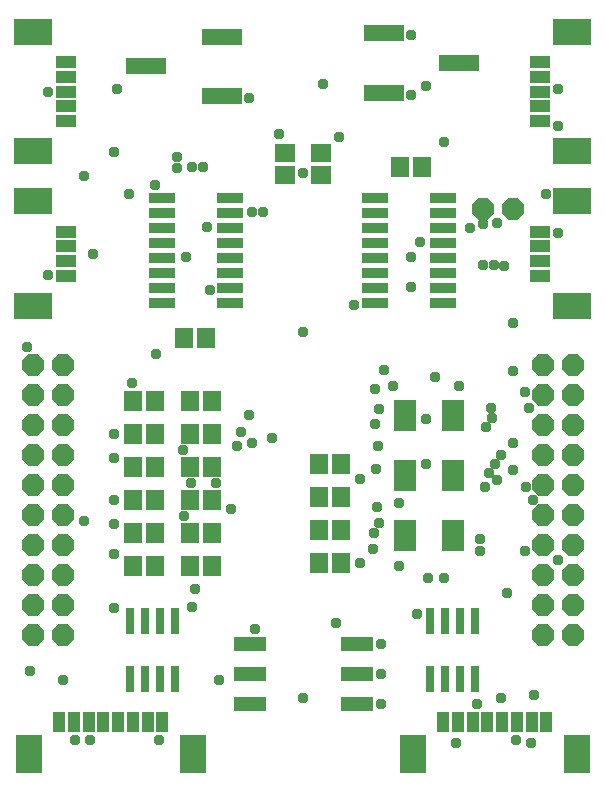
<source format=gbr>
G04 EAGLE Gerber RS-274X export*
G75*
%MOMM*%
%FSLAX34Y34*%
%LPD*%
%INSoldermask Top*%
%IPPOS*%
%AMOC8*
5,1,8,0,0,1.08239X$1,22.5*%
G01*
%ADD10P,1.951982X8X112.500000*%
%ADD11P,1.951982X8X22.500000*%
%ADD12R,1.703200X1.503200*%
%ADD13R,1.981200X0.635000*%
%ADD14R,1.503200X1.703200*%
%ADD15R,0.736600X2.184400*%
%ADD16R,1.803200X1.003200*%
%ADD17R,3.203200X2.303200*%
%ADD18R,1.003200X1.803200*%
%ADD19R,2.303200X3.203200*%
%ADD20R,2.703200X1.203200*%
%ADD21R,2.235200X0.965200*%
%ADD22R,3.505200X1.473200*%
%ADD23C,0.959600*%


D10*
X406400Y487680D03*
X431800Y487680D03*
D11*
X25400Y355600D03*
X25486Y330289D03*
X50800Y127000D03*
X50800Y152400D03*
X50800Y177800D03*
X50800Y203200D03*
X50800Y228600D03*
X50800Y254000D03*
X50800Y279400D03*
X50800Y304800D03*
X50800Y330200D03*
X50800Y355600D03*
X25509Y304711D03*
X457200Y355600D03*
X457200Y330200D03*
X457200Y304800D03*
X457200Y279400D03*
X457200Y254000D03*
X457200Y228600D03*
X457200Y203200D03*
X457200Y177800D03*
X457200Y152400D03*
X457200Y127000D03*
X25474Y279461D03*
X482600Y127000D03*
X482600Y152400D03*
X482600Y177800D03*
X482600Y203200D03*
X482600Y228600D03*
X482600Y254000D03*
X482600Y279400D03*
X482600Y304800D03*
X482600Y330200D03*
X482600Y355600D03*
X25400Y254000D03*
X25400Y228600D03*
X25400Y203200D03*
X25400Y177800D03*
X25400Y152400D03*
X25400Y127000D03*
D12*
X269240Y516280D03*
X269240Y535280D03*
X238760Y516280D03*
X238760Y535280D03*
D13*
X340233Y220570D03*
X340233Y214070D03*
X340233Y207570D03*
X340233Y201070D03*
X381127Y201070D03*
X381127Y207570D03*
X381127Y214070D03*
X381127Y220570D03*
D14*
X158140Y325120D03*
X177140Y325120D03*
X109880Y325120D03*
X128880Y325120D03*
X177140Y185420D03*
X158140Y185420D03*
X128880Y185420D03*
X109880Y185420D03*
X286360Y243840D03*
X267360Y243840D03*
X267360Y271780D03*
X286360Y271780D03*
X286360Y215900D03*
X267360Y215900D03*
X267360Y187960D03*
X286360Y187960D03*
D13*
X340233Y271370D03*
X340233Y264870D03*
X340233Y258370D03*
X340233Y251870D03*
X381127Y251870D03*
X381127Y258370D03*
X381127Y264870D03*
X381127Y271370D03*
D14*
X158140Y241300D03*
X177140Y241300D03*
X109880Y241300D03*
X128880Y241300D03*
X109880Y213360D03*
X128880Y213360D03*
X158140Y213360D03*
X177140Y213360D03*
D13*
X381127Y302670D03*
X381127Y309170D03*
X381127Y315670D03*
X381127Y322170D03*
X340233Y322170D03*
X340233Y315670D03*
X340233Y309170D03*
X340233Y302670D03*
D14*
X158140Y269240D03*
X177140Y269240D03*
X109880Y269240D03*
X128880Y269240D03*
X109880Y297180D03*
X128880Y297180D03*
X158140Y297180D03*
X177140Y297180D03*
D15*
X146050Y138938D03*
X133350Y138938D03*
X120650Y138938D03*
X107950Y138938D03*
X107950Y89662D03*
X120650Y89662D03*
X133350Y89662D03*
X146050Y89662D03*
X400050Y138938D03*
X387350Y138938D03*
X374650Y138938D03*
X361950Y138938D03*
X361950Y89662D03*
X374650Y89662D03*
X387350Y89662D03*
X400050Y89662D03*
D16*
X53340Y468330D03*
X53340Y455830D03*
X53340Y443330D03*
X53340Y430830D03*
D17*
X25840Y493930D03*
X25840Y405230D03*
D16*
X454660Y430830D03*
X454660Y443330D03*
X454660Y455830D03*
X454660Y468330D03*
D17*
X482160Y405230D03*
X482160Y493930D03*
D18*
X47690Y53340D03*
X60190Y53340D03*
X72690Y53340D03*
X85190Y53340D03*
X97690Y53340D03*
X110190Y53340D03*
X122690Y53340D03*
X135190Y53340D03*
D19*
X22090Y25840D03*
X160790Y25840D03*
D18*
X372810Y53340D03*
X385310Y53340D03*
X397810Y53340D03*
X410310Y53340D03*
X422810Y53340D03*
X435310Y53340D03*
X447810Y53340D03*
X460310Y53340D03*
D19*
X347210Y25840D03*
X485910Y25840D03*
D20*
X299920Y68500D03*
X299920Y93900D03*
X299920Y119300D03*
X208920Y68500D03*
X208920Y93900D03*
X208920Y119300D03*
D16*
X53340Y611740D03*
X53340Y599240D03*
X53340Y586740D03*
X53340Y574240D03*
X53340Y561740D03*
D17*
X25840Y637340D03*
X25840Y536140D03*
D16*
X454660Y561740D03*
X454660Y574240D03*
X454660Y586740D03*
X454660Y599240D03*
X454660Y611740D03*
D17*
X482160Y536140D03*
X482160Y637340D03*
D14*
X172060Y378460D03*
X153060Y378460D03*
X335940Y523240D03*
X354940Y523240D03*
D21*
X135128Y496570D03*
X135128Y483870D03*
X135128Y471170D03*
X135128Y458470D03*
X135128Y445770D03*
X135128Y433070D03*
X135128Y420370D03*
X135128Y407670D03*
X192532Y407670D03*
X192532Y420370D03*
X192532Y433070D03*
X192532Y445770D03*
X192532Y458470D03*
X192532Y471170D03*
X192532Y483870D03*
X192532Y496570D03*
X372872Y407670D03*
X372872Y420370D03*
X372872Y433070D03*
X372872Y445770D03*
X372872Y458470D03*
X372872Y471170D03*
X372872Y483870D03*
X372872Y496570D03*
X315468Y496570D03*
X315468Y483870D03*
X315468Y471170D03*
X315468Y458470D03*
X315468Y445770D03*
X315468Y433070D03*
X315468Y420370D03*
X315468Y407670D03*
D22*
X185412Y582996D03*
X185341Y633126D03*
X121636Y608437D03*
X322588Y636204D03*
X322659Y586075D03*
X386364Y610763D03*
D23*
X413032Y319302D03*
X445219Y319283D03*
X434340Y38100D03*
X93980Y149860D03*
X132080Y38100D03*
X93980Y220980D03*
X93980Y241300D03*
X93980Y276860D03*
X93980Y297180D03*
X20320Y370840D03*
X386080Y337820D03*
X431800Y350520D03*
X441960Y332740D03*
X284480Y548640D03*
X233680Y551180D03*
X270701Y593664D03*
X208280Y581660D03*
X345440Y635000D03*
X469900Y589280D03*
X469900Y467360D03*
X38100Y586740D03*
X96520Y589280D03*
X68580Y515620D03*
X106680Y500380D03*
X38100Y431800D03*
X335280Y238760D03*
X335280Y185420D03*
X350520Y144780D03*
X302260Y259080D03*
X302260Y187960D03*
X470088Y557421D03*
X459740Y500380D03*
X431800Y391160D03*
X383540Y35560D03*
X73660Y38100D03*
X431800Y289560D03*
X431800Y266700D03*
X418102Y475925D03*
X358140Y309880D03*
X317500Y287020D03*
X469900Y190500D03*
X76200Y449580D03*
X449580Y76200D03*
X281940Y137160D03*
X254000Y73660D03*
X182880Y88900D03*
X50800Y88900D03*
X22860Y96520D03*
X254000Y383540D03*
X93980Y535940D03*
X448666Y241300D03*
X318356Y221684D03*
X345440Y421640D03*
X254000Y518160D03*
X365760Y345440D03*
X160020Y150396D03*
X162560Y165580D03*
X60960Y38100D03*
X447040Y35560D03*
X407942Y251920D03*
X442598Y251780D03*
X213360Y132080D03*
X426720Y162560D03*
X320040Y93980D03*
X330200Y337820D03*
X314960Y335280D03*
X129060Y508000D03*
X129540Y364582D03*
X68580Y223520D03*
X373380Y544548D03*
X424576Y439420D03*
X421716Y279476D03*
X403860Y208280D03*
X441960Y198120D03*
X314348Y213360D03*
X403860Y198120D03*
X320040Y119380D03*
X320040Y68580D03*
X353060Y459740D03*
X358140Y591820D03*
X345440Y447040D03*
X345440Y584200D03*
X93980Y195580D03*
X297180Y406400D03*
X154940Y447040D03*
X160020Y523240D03*
X109220Y340360D03*
X175260Y419100D03*
X172720Y472440D03*
X169108Y523240D03*
X316381Y235101D03*
X313525Y199192D03*
X359692Y175260D03*
X373380Y175260D03*
X406400Y439702D03*
X395404Y471658D03*
X193040Y233680D03*
X411404Y264084D03*
X418160Y257988D03*
X153662Y227289D03*
X358140Y271780D03*
X416560Y271780D03*
X415488Y439702D03*
X406400Y474373D03*
X180340Y255369D03*
X315885Y267439D03*
X159657Y255293D03*
X318404Y318392D03*
X152824Y283273D03*
X414354Y310214D03*
X198120Y287020D03*
X409039Y302677D03*
X323061Y351001D03*
X219908Y485140D03*
X147320Y531436D03*
X211205Y288983D03*
X228101Y293561D03*
X208761Y312901D03*
X210820Y485140D03*
X147320Y522348D03*
X201834Y298354D03*
X314960Y305697D03*
X401320Y68580D03*
X421640Y73660D03*
M02*

</source>
